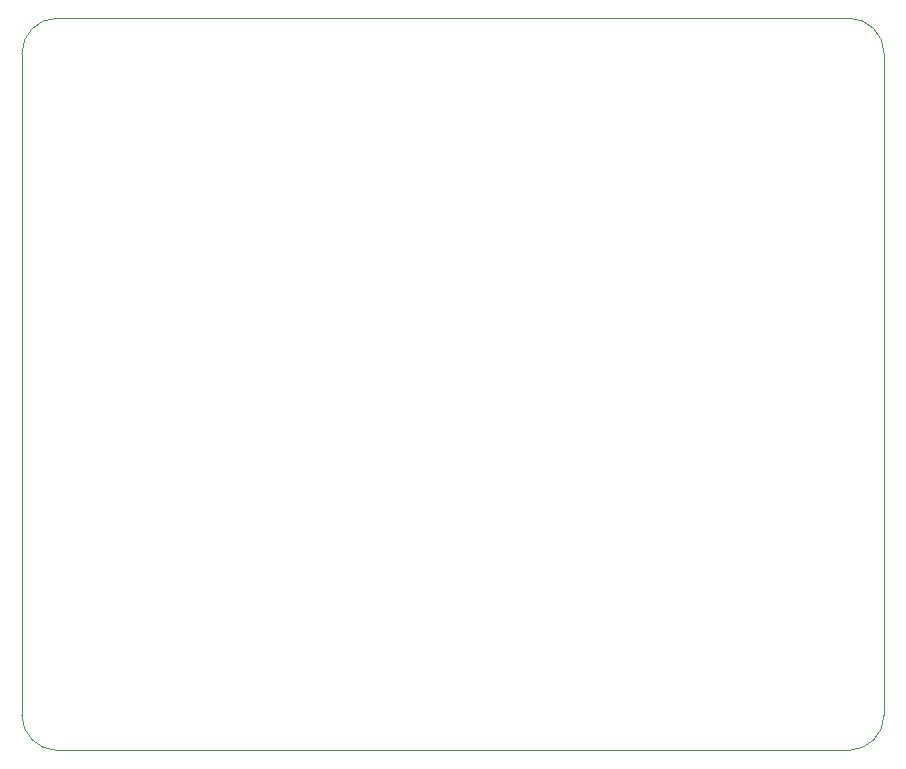
<source format=gbr>
%TF.GenerationSoftware,KiCad,Pcbnew,5.1.5+dfsg1-2build2*%
%TF.CreationDate,2020-08-25T19:56:11-04:00*%
%TF.ProjectId,esp-toy,6573702d-746f-4792-9e6b-696361645f70,rev?*%
%TF.SameCoordinates,Original*%
%TF.FileFunction,Profile,NP*%
%FSLAX46Y46*%
G04 Gerber Fmt 4.6, Leading zero omitted, Abs format (unit mm)*
G04 Created by KiCad (PCBNEW 5.1.5+dfsg1-2build2) date 2020-08-25 19:56:11*
%MOMM*%
%LPD*%
G04 APERTURE LIST*
%TA.AperFunction,Profile*%
%ADD10C,0.050000*%
%TD*%
G04 APERTURE END LIST*
D10*
X117000000Y-130000000D02*
G75*
G02X114000000Y-127000000I0J3000000D01*
G01*
X187000000Y-127000000D02*
G75*
G02X184000000Y-130000000I-3000000J0D01*
G01*
X184000000Y-68000000D02*
G75*
G02X187000000Y-71000000I0J-3000000D01*
G01*
X114000000Y-71000000D02*
G75*
G02X117000000Y-68000000I3000000J0D01*
G01*
X114000000Y-127000000D02*
X114000000Y-71000000D01*
X184000000Y-130000000D02*
X117000000Y-130000000D01*
X187000000Y-71000000D02*
X187000000Y-127000000D01*
X117000000Y-68000000D02*
X184000000Y-68000000D01*
M02*

</source>
